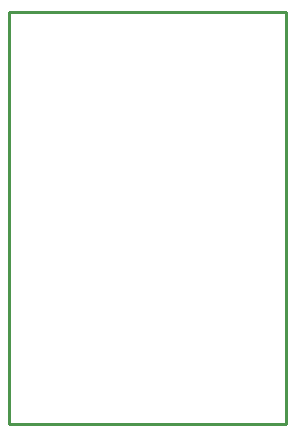
<source format=gbr>
G04 EAGLE Gerber RS-274X export*
G75*
%MOMM*%
%FSLAX34Y34*%
%LPD*%
%IN*%
%IPPOS*%
%AMOC8*
5,1,8,0,0,1.08239X$1,22.5*%
G01*
%ADD10C,0.254000*%


D10*
X0Y0D02*
X234825Y0D01*
X234825Y349150D01*
X0Y349150D01*
X0Y0D01*
M02*

</source>
